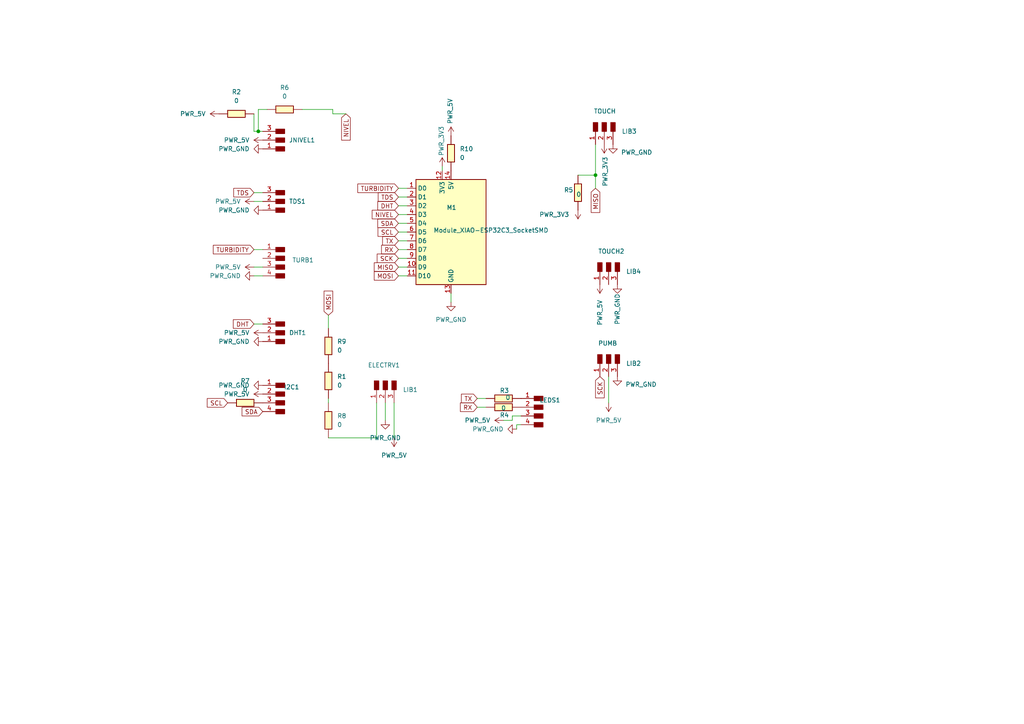
<source format=kicad_sch>
(kicad_sch (version 20231120) (generator "eeschema") (generator_version "8.0")
  (paper "A4")
  (lib_symbols
    (symbol "fab:Conn_PinHeader_1x03_P2.54mm_Horizontal_SMD" (pin_names hide)
      (property "Reference" "J" (at 0 5.08 0))
      (property "Value" "Conn_PinHeader_1x03_P2.54mm_Horizontal_SMD" (at 0 -5.08 0))
      (symbol "Conn_PinHeader_1x03_P2.54mm_Horizontal_SMD_1_1"
        (rectangle (start -1.27 -1.905) (end 1.27 -3.175) (stroke (width 0.254)) (fill (type outline)))
        (rectangle (start -1.27 0.635) (end 1.27 -0.635) (stroke (width 0.254)) (fill (type outline)))
        (rectangle (start -1.27 3.175) (end 1.27 1.905) (stroke (width 0.254)) (fill (type outline)))
        (pin passive line (at 5.08 2.54 180) (length 3.81) (name "Pin_1") (number "1"))
        (pin passive line (at 5.08 0 180) (length 3.81) (name "Pin_2") (number "2"))
        (pin passive line (at 5.08 -2.54 180) (length 3.81) (name "Pin_3") (number "3"))
      )
    )
    (symbol "fab:Conn_PinHeader_1x04_P2.54mm_Horizontal_SMD" (pin_names hide)
      (property "Reference" "J" (at 0 5.08 0))
      (property "Value" "Conn_PinHeader_1x04_P2.54mm_Horizontal_SMD" (at 0 -7.62 0))
      (symbol "Conn_PinHeader_1x04_P2.54mm_Horizontal_SMD_1_1"
        (rectangle (start -1.27 -4.445) (end 1.27 -5.715) (stroke (width 0.254)) (fill (type outline)))
        (rectangle (start -1.27 -1.905) (end 1.27 -3.175) (stroke (width 0.254)) (fill (type outline)))
        (rectangle (start -1.27 0.635) (end 1.27 -0.635) (stroke (width 0.254)) (fill (type outline)))
        (rectangle (start -1.27 3.175) (end 1.27 1.905) (stroke (width 0.254)) (fill (type outline)))
        (pin passive line (at 5.08 2.54 180) (length 3.81) (name "Pin_1") (number "1"))
        (pin passive line (at 5.08 0 180) (length 3.81) (name "Pin_2") (number "2"))
        (pin passive line (at 5.08 -2.54 180) (length 3.81) (name "Pin_3") (number "3"))
        (pin passive line (at 5.08 -5.08 180) (length 3.81) (name "Pin_4") (number "4"))
      )
    )
    (symbol "fab:Module_XIAO-ESP32C3_SocketSMD"
      (property "Reference" "M" (at -10.16 16.51 0))
      (property "Value" "Module_XIAO-ESP32C3_SocketSMD" (at 1.27 16.51 0))
      (symbol "Module_XIAO-ESP32C3_SocketSMD_1_1"
        (rectangle (start -10.16 15.24) (end 10.16 -15.24) (stroke (width 0.254)) (fill (type background)))
        (pin bidirectional line (at -12.7 12.7 0) (length 2.54) (name "D0") (number "1"))
        (pin bidirectional line (at -12.7 -10.16 0) (length 2.54) (name "D9") (number "10"))
        (pin bidirectional line (at -12.7 -12.7 0) (length 2.54) (name "D10") (number "11"))
        (pin power_in line (at -2.54 17.78 270) (length 2.54) (name "3V3") (number "12"))
        (pin power_in line (at 0 -17.78 90) (length 2.54) (name "GND") (number "13"))
        (pin power_in line (at 0 17.78 270) (length 2.54) (name "5V") (number "14"))
        (pin bidirectional line (at -12.7 10.16 0) (length 2.54) (name "D1") (number "2"))
        (pin bidirectional line (at -12.7 7.62 0) (length 2.54) (name "D2") (number "3"))
        (pin bidirectional line (at -12.7 5.08 0) (length 2.54) (name "D3") (number "4"))
        (pin bidirectional line (at -12.7 2.54 0) (length 2.54) (name "D4") (number "5"))
        (pin bidirectional line (at -12.7 0 0) (length 2.54) (name "D5") (number "6"))
        (pin bidirectional line (at -12.7 -2.54 0) (length 2.54) (name "D6") (number "7"))
        (pin bidirectional line (at -12.7 -5.08 0) (length 2.54) (name "D7") (number "8"))
        (pin bidirectional line (at -12.7 -7.62 0) (length 2.54) (name "D8") (number "9"))
      )
    )
    (symbol "fab:PWR_3V3" (power) (pin_names (offset 0))
      (property "Value" "PWR_3V3" (at 0 3.556 0))
      (symbol "PWR_3V3_0_1"
        (polyline (pts (xy -0.762 1.27) (xy 0 2.54)))
        (polyline (pts (xy 0 0) (xy 0 2.54)))
        (polyline (pts (xy 0 2.54) (xy 0.762 1.27)))
      )
      (symbol "PWR_3V3_1_1"
        (pin power_in line (at 0 0 90) (length 0) hide (name "PWR_3V3") (number "1"))
      )
    )
    (symbol "fab:PWR_5V" (power) (pin_names (offset 0))
      (property "Value" "PWR_5V" (at 0 3.556 0))
      (symbol "PWR_5V_0_1"
        (polyline (pts (xy -0.762 1.27) (xy 0 2.54)))
        (polyline (pts (xy 0 0) (xy 0 2.54)))
        (polyline (pts (xy 0 2.54) (xy 0.762 1.27)))
      )
      (symbol "PWR_5V_1_1"
        (pin power_in line (at 0 0 90) (length 0) hide (name "PWR_5V") (number "1"))
      )
    )
    (symbol "fab:PWR_GND" (power) (pin_names (offset 0))
      (property "Value" "PWR_GND" (at 0 -3.81 0))
      (symbol "PWR_GND_0_1"
        (polyline (pts (xy 0 0) (xy 0 -1.27) (xy 1.27 -1.27) (xy 0 -2.54) (xy -1.27 -1.27) (xy 0 -1.27)))
      )
      (symbol "PWR_GND_1_1"
        (pin power_in line (at 0 0 270) (length 0) hide (name "PWR_GND") (number "1"))
      )
    )
    (symbol "fab:R_1206" (pin_numbers hide) (pin_names (offset 0))
      (property "Reference" "R" (at 2.54 0 90))
      (property "Value" "R_1206" (at -2.54 0 90))
      (symbol "R_1206_0_1"
        (rectangle (start -1.016 -2.54) (end 1.016 2.54) (stroke (width 0.254)) (fill (type background)))
      )
      (symbol "R_1206_1_1"
        (pin passive line (at 0 5.08 270) (length 2.54) (name "~") (number "1"))
        (pin passive line (at 0 -5.08 90) (length 2.54) (name "~") (number "2"))
      )
    )
  )
  (junction (at 172.72 50.8))
  (junction (at 74.93 38.1))
  (wire (pts (xy 77.47 31.75) (xy 74.93 31.75)))
  (wire (pts (xy 114.3 127) (xy 114.3 116.84)))
  (wire (pts (xy 73.66 33.02) (xy 73.66 38.1)))
  (wire (pts (xy 172.72 50.8) (xy 172.72 54.61)))
  (wire (pts (xy 149.86 123.19) (xy 151.13 123.19)))
  (wire (pts (xy 128.27 48.26) (xy 128.27 49.53)))
  (wire (pts (xy 138.43 118.11) (xy 140.97 118.11)))
  (wire (pts (xy 74.93 31.75) (xy 74.93 38.1)))
  (wire (pts (xy 115.57 62.23) (xy 118.11 62.23)))
  (wire (pts (xy 148.59 121.92) (xy 148.59 120.65)))
  (wire (pts (xy 172.72 41.91) (xy 172.72 50.8)))
  (wire (pts (xy 73.66 38.1) (xy 74.93 38.1)))
  (wire (pts (xy 96.52 33.02) (xy 100.33 33.02)))
  (wire (pts (xy 73.66 80.01) (xy 76.2 80.01)))
  (wire (pts (xy 176.53 116.84) (xy 176.53 109.22)))
  (wire (pts (xy 109.22 116.84) (xy 109.22 127)))
  (wire (pts (xy 130.81 85.09) (xy 130.81 87.63)))
  (wire (pts (xy 115.57 64.77) (xy 118.11 64.77)))
  (wire (pts (xy 74.93 38.1) (xy 76.2 38.1)))
  (wire (pts (xy 73.66 77.47) (xy 76.2 77.47)))
  (wire (pts (xy 148.59 120.65) (xy 151.13 120.65)))
  (wire (pts (xy 167.64 50.8) (xy 172.72 50.8)))
  (wire (pts (xy 115.57 54.61) (xy 118.11 54.61)))
  (wire (pts (xy 109.22 127) (xy 95.25 127)))
  (wire (pts (xy 95.25 91.44) (xy 95.25 95.25)))
  (wire (pts (xy 73.66 55.88) (xy 76.2 55.88)))
  (wire (pts (xy 111.76 121.92) (xy 111.76 116.84)))
  (wire (pts (xy 115.57 72.39) (xy 118.11 72.39)))
  (wire (pts (xy 115.57 74.93) (xy 118.11 74.93)))
  (wire (pts (xy 96.52 31.75) (xy 96.52 33.02)))
  (wire (pts (xy 115.57 69.85) (xy 118.11 69.85)))
  (wire (pts (xy 146.05 121.92) (xy 148.59 121.92)))
  (wire (pts (xy 115.57 77.47) (xy 118.11 77.47)))
  (wire (pts (xy 149.86 124.46) (xy 149.86 123.19)))
  (wire (pts (xy 115.57 67.31) (xy 118.11 67.31)))
  (wire (pts (xy 115.57 57.15) (xy 118.11 57.15)))
  (wire (pts (xy 138.43 115.57) (xy 140.97 115.57)))
  (wire (pts (xy 115.57 59.69) (xy 118.11 59.69)))
  (wire (pts (xy 73.66 72.39) (xy 76.2 72.39)))
  (wire (pts (xy 115.57 80.01) (xy 118.11 80.01)))
  (wire (pts (xy 73.66 58.42) (xy 76.2 58.42)))
  (wire (pts (xy 87.63 31.75) (xy 96.52 31.75)))
  (wire (pts (xy 95.25 116.84) (xy 95.25 115.57)))
  (wire (pts (xy 73.66 93.98) (xy 76.2 93.98)))
  (global_label "MISO" (shape input) (at 115.57 77.47 180) (property "Intersheetrefs" "${INTERSHEET_REFS}" (effects (hide yes))))
  (global_label "DHT" (shape input) (at 73.66 93.98 180) (property "Intersheetrefs" "${INTERSHEET_REFS}" (effects (hide yes))))
  (global_label "MOSI" (shape input) (at 95.25 91.44 90) (property "Intersheetrefs" "${INTERSHEET_REFS}" (effects (hide yes))))
  (global_label "SCK" (shape input) (at 115.57 74.93 180) (property "Intersheetrefs" "${INTERSHEET_REFS}" (effects (hide yes))))
  (global_label "TDS" (shape input) (at 115.57 57.15 180) (property "Intersheetrefs" "${INTERSHEET_REFS}" (effects (hide yes))))
  (global_label "TURBIDITY" (shape input) (at 73.66 72.39 180) (property "Intersheetrefs" "${INTERSHEET_REFS}" (effects (hide yes))))
  (global_label "TDS" (shape input) (at 73.66 55.88 180) (property "Intersheetrefs" "${INTERSHEET_REFS}" (effects (hide yes))))
  (global_label "TX" (shape input) (at 115.57 69.85 180) (property "Intersheetrefs" "${INTERSHEET_REFS}" (effects (hide yes))))
  (global_label "SCL" (shape input) (at 115.57 67.31 180) (property "Intersheetrefs" "${INTERSHEET_REFS}" (effects (hide yes))))
  (global_label "SCK" (shape input) (at 173.99 109.22 270) (property "Intersheetrefs" "${INTERSHEET_REFS}" (effects (hide yes))))
  (global_label "SCL" (shape input) (at 66.04 116.84 180) (property "Intersheetrefs" "${INTERSHEET_REFS}" (effects (hide yes))))
  (global_label "NIVEL" (shape input) (at 115.57 62.23 180) (property "Intersheetrefs" "${INTERSHEET_REFS}" (effects (hide yes))))
  (global_label "MOSI" (shape input) (at 115.57 80.01 180) (property "Intersheetrefs" "${INTERSHEET_REFS}" (effects (hide yes))))
  (global_label "TX" (shape input) (at 138.43 115.57 180) (property "Intersheetrefs" "${INTERSHEET_REFS}" (effects (hide yes))))
  (global_label "SDA" (shape input) (at 76.2 119.38 180) (property "Intersheetrefs" "${INTERSHEET_REFS}" (effects (hide yes))))
  (global_label "MISO" (shape input) (at 172.72 54.61 270) (property "Intersheetrefs" "${INTERSHEET_REFS}" (effects (hide yes))))
  (global_label "SDA" (shape input) (at 115.57 64.77 180) (property "Intersheetrefs" "${INTERSHEET_REFS}" (effects (hide yes))))
  (global_label "TURBIDITY" (shape input) (at 115.57 54.61 180) (property "Intersheetrefs" "${INTERSHEET_REFS}" (effects (hide yes))))
  (global_label "RX" (shape input) (at 115.57 72.39 180) (property "Intersheetrefs" "${INTERSHEET_REFS}" (effects (hide yes))))
  (global_label "DHT" (shape input) (at 115.57 59.69 180) (property "Intersheetrefs" "${INTERSHEET_REFS}" (effects (hide yes))))
  (global_label "NIVEL" (shape input) (at 100.33 33.02 270) (property "Intersheetrefs" "${INTERSHEET_REFS}" (effects (hide yes))))
  (global_label "RX" (shape input) (at 138.43 118.11 180) (property "Intersheetrefs" "${INTERSHEET_REFS}" (effects (hide yes))))
  (symbol (lib_id "fab:PWR_5V") (at 76.2 114.3 90) (mirror x) (unit 1)
    (property "Reference" "#PWR08" (effects (hide yes)))
    (property "Value" "PWR_5V" (at 72.39 114.2999 90) (effects (justify left)))
    (property "Description" "Power symbol creates a global label with name \"+5V\"" (effects (hide yes)))
  )
  (symbol (lib_id "fab:R_1206") (at 167.64 55.88 180) (unit 1)
    (property "Reference" "R5" (at 163.576 55.118 0) (effects (justify right)))
    (property "Value" "0" (at 167.132 56.388 0) (effects (justify right)))
    (property "Footprint" "fab:R_1206" (effects (hide yes)))
    (property "Description" "Resistor" (effects (hide yes)))
  )
  (symbol (lib_id "fab:R_1206") (at 71.12 116.84 270) (unit 1)
    (property "Reference" "R7" (at 71.12 110.49 90))
    (property "Value" "0" (at 71.12 113.03 90))
    (property "Footprint" "fab:R_1206" (effects (hide yes)))
    (property "Description" "Resistor" (effects (hide yes)))
  )
  (symbol (lib_id "fab:PWR_5V") (at 176.53 116.84 0) (mirror x) (unit 1)
    (property "Reference" "#PWR022" (effects (hide yes)))
    (property "Value" "PWR_5V" (at 176.53 121.92 0))
    (property "Description" "Power symbol creates a global label with name \"+5V\"" (effects (hide yes)))
  )
  (symbol (lib_id "fab:R_1206") (at 95.25 121.92 180) (unit 1)
    (property "Reference" "R8" (at 97.79 120.6499 0) (effects (justify right)))
    (property "Value" "0" (at 97.79 123.1899 0) (effects (justify right)))
    (property "Footprint" "fab:R_1206" (effects (hide yes)))
    (property "Description" "Resistor" (effects (hide yes)))
  )
  (symbol (lib_id "fab:PWR_GND") (at 149.86 124.46 270) (mirror x) (unit 1)
    (property "Reference" "#PWR010" (effects (hide yes)))
    (property "Value" "PWR_GND" (at 146.05 124.4599 90) (effects (justify right)))
    (property "Description" "Power symbol creates a global label with name \"GND\" , ground" (effects (hide yes)))
  )
  (symbol (lib_id "fab:PWR_5V") (at 73.66 77.47 90) (mirror x) (unit 1)
    (property "Reference" "#PWR05" (effects (hide yes)))
    (property "Value" "PWR_5V" (at 69.85 77.4699 90) (effects (justify left)))
    (property "Description" "Power symbol creates a global label with name \"+5V\"" (effects (hide yes)))
  )
  (symbol (lib_id "fab:PWR_5V") (at 73.66 58.42 90) (mirror x) (unit 1)
    (property "Reference" "#PWR015" (effects (hide yes)))
    (property "Value" "PWR_5V" (at 69.85 58.4199 90) (effects (justify left)))
    (property "Description" "Power symbol creates a global label with name \"+5V\"" (effects (hide yes)))
  )
  (symbol (lib_id "fab:R_1206") (at 146.05 118.11 90) (unit 1)
    (property "Reference" "R4" (at 146.304 120.396 90))
    (property "Value" "0" (at 146.05 118.364 90))
    (property "Footprint" "fab:R_1206" (effects (hide yes)))
    (property "Description" "Resistor" (effects (hide yes)))
  )
  (symbol (lib_id "fab:Module_XIAO-ESP32C3_SocketSMD") (at 130.81 67.31 0) (unit 1)
    (property "Reference" "M1" (at 129.54 60.198 0) (effects (justify left)))
    (property "Value" "Module_XIAO-ESP32C3_SocketSMD" (at 125.73 66.802 0) (effects (justify left)))
    (property "Footprint" "fab:SeeedStudio_XIAO_SocketSMD" (effects (hide yes)))
    (property "Datasheet" "https://wiki.seeedstudio.com/XIAO_ESP32C3_Getting_Started/" (effects (hide yes)))
    (property "Description" "ESP32-C3 Transceiver; 802.11 a/b/g/n (Wi-Fi, WiFi, WLAN), Bluetooth® Smart 4.x Low Energy (BLE) 2.4GHz Evaluation Board SMD Socket Female Header" (effects (hide yes)))
  )
  (symbol (lib_id "fab:PWR_3V3") (at 175.26 41.91 0) (mirror x) (unit 1)
    (property "Reference" "#PWR024" (effects (hide yes)))
    (property "Value" "PWR_3V3" (at 175.514 54.102 90) (effects (justify right)))
    (property "Description" "Power symbol creates a global label with name \"+3V3\"" (effects (hide yes)))
  )
  (symbol (lib_id "fab:Conn_PinHeader_1x03_P2.54mm_Horizontal_SMD") (at 176.53 104.14 90) (mirror x) (unit 1)
    (property "Reference" "LIB2" (at 181.61 105.4101 90) (effects (justify right)))
    (property "Value" "PUMB" (at 173.482 99.568 90) (effects (justify right)))
    (property "Footprint" "fab:PinHeader_1x03_P2.54mm_Horizontal_SMD" (effects (hide yes)))
    (property "Description" "Male connector, single row" (effects (hide yes)))
  )
  (symbol (lib_id "fab:PWR_3V3") (at 167.64 60.96 0) (mirror x) (unit 1)
    (property "Reference" "#PWR011" (effects (hide yes)))
    (property "Value" "PWR_3V3" (at 165.1 62.2299 0) (effects (justify right)))
    (property "Description" "Power symbol creates a global label with name \"+3V3\"" (effects (hide yes)))
  )
  (symbol (lib_id "fab:R_1206") (at 146.05 115.57 90) (unit 1)
    (property "Reference" "R3" (at 146.304 113.284 90))
    (property "Value" "0" (at 147.32 115.316 90))
    (property "Footprint" "fab:R_1206" (effects (hide yes)))
    (property "Description" "Resistor" (effects (hide yes)))
  )
  (symbol (lib_id "fab:PWR_5V") (at 173.99 82.55 0) (mirror x) (unit 1)
    (property "Reference" "#PWR025" (effects (hide yes)))
    (property "Value" "PWR_5V" (at 173.99 90.678 90))
    (property "Description" "Power symbol creates a global label with name \"+5V\"" (effects (hide yes)))
  )
  (symbol (lib_id "fab:R_1206") (at 82.55 31.75 90) (unit 1)
    (property "Reference" "R6" (at 82.55 25.4 90))
    (property "Value" "0" (at 82.55 27.94 90))
    (property "Footprint" "fab:R_1206" (effects (hide yes)))
    (property "Description" "Resistor" (effects (hide yes)))
  )
  (symbol (lib_id "fab:PWR_5V") (at 130.81 39.37 0) (unit 1)
    (property "Reference" "#PWR02" (effects (hide yes)))
    (property "Value" "PWR_5V" (at 130.556 32.258 90))
    (property "Description" "Power symbol creates a global label with name \"+5V\"" (effects (hide yes)))
  )
  (symbol (lib_id "fab:PWR_GND") (at 177.8 41.91 0) (mirror y) (unit 1)
    (property "Reference" "#PWR023" (effects (hide yes)))
    (property "Value" "PWR_GND" (at 184.658 44.196 0))
    (property "Description" "Power symbol creates a global label with name \"GND\" , ground" (effects (hide yes)))
  )
  (symbol (lib_id "fab:PWR_GND") (at 76.2 43.18 270) (mirror x) (unit 1)
    (property "Reference" "#PWR07" (effects (hide yes)))
    (property "Value" "PWR_GND" (at 72.39 43.1799 90) (effects (justify right)))
    (property "Description" "Power symbol creates a global label with name \"GND\" , ground" (effects (hide yes)))
  )
  (symbol (lib_id "fab:PWR_GND") (at 76.2 111.76 270) (mirror x) (unit 1)
    (property "Reference" "#PWR09" (effects (hide yes)))
    (property "Value" "PWR_GND" (at 72.39 111.7599 90) (effects (justify right)))
    (property "Description" "Power symbol creates a global label with name \"GND\" , ground" (effects (hide yes)))
  )
  (symbol (lib_id "fab:Conn_PinHeader_1x03_P2.54mm_Horizontal_SMD") (at 175.26 36.83 90) (mirror x) (unit 1)
    (property "Reference" "LIB3" (at 180.34 38.1001 90) (effects (justify right)))
    (property "Value" "TOUCH" (at 172.212 32.258 90) (effects (justify right)))
    (property "Footprint" "fab:PinHeader_1x03_P2.54mm_Horizontal_SMD" (effects (hide yes)))
    (property "Description" "Male connector, single row" (effects (hide yes)))
  )
  (symbol (lib_id "fab:PWR_3V3") (at 128.27 48.26 0) (unit 1)
    (property "Reference" "#PWR01" (effects (hide yes)))
    (property "Value" "PWR_3V3" (at 128.016 40.894 90))
    (property "Description" "Power symbol creates a global label with name \"+3V3\"" (effects (hide yes)))
  )
  (symbol (lib_id "fab:PWR_GND") (at 111.76 121.92 0) (mirror y) (unit 1)
    (property "Reference" "#PWR012" (effects (hide yes)))
    (property "Value" "PWR_GND" (at 111.76 127 0))
    (property "Description" "Power symbol creates a global label with name \"GND\" , ground" (effects (hide yes)))
  )
  (symbol (lib_id "fab:R_1206") (at 95.25 110.49 180) (unit 1)
    (property "Reference" "R1" (at 97.79 109.2199 0) (effects (justify right)))
    (property "Value" "0" (at 97.79 111.7599 0) (effects (justify right)))
    (property "Footprint" "fab:R_1206" (effects (hide yes)))
    (property "Description" "Resistor" (effects (hide yes)))
  )
  (symbol (lib_id "fab:Conn_PinHeader_1x03_P2.54mm_Horizontal_SMD") (at 176.53 77.47 90) (mirror x) (unit 1)
    (property "Reference" "LIB4" (at 181.61 78.7401 90) (effects (justify right)))
    (property "Value" "TOUCH2" (at 173.482 72.898 90) (effects (justify right)))
    (property "Footprint" "fab:PinHeader_1x03_P2.54mm_Horizontal_SMD" (effects (hide yes)))
    (property "Description" "Male connector, single row" (effects (hide yes)))
  )
  (symbol (lib_id "fab:PWR_5V") (at 76.2 96.52 90) (mirror x) (unit 1)
    (property "Reference" "#PWR018" (effects (hide yes)))
    (property "Value" "PWR_5V" (at 72.39 96.5199 90) (effects (justify left)))
    (property "Description" "Power symbol creates a global label with name \"+5V\"" (effects (hide yes)))
  )
  (symbol (lib_id "fab:PWR_5V") (at 76.2 40.64 90) (mirror x) (unit 1)
    (property "Reference" "#PWR06" (effects (hide yes)))
    (property "Value" "PWR_5V" (at 72.39 40.6399 90) (effects (justify left)))
    (property "Description" "Power symbol creates a global label with name \"+5V\"" (effects (hide yes)))
  )
  (symbol (lib_id "fab:R_1206") (at 68.58 33.02 90) (unit 1)
    (property "Reference" "R2" (at 68.58 26.67 90))
    (property "Value" "0" (at 68.58 29.21 90))
    (property "Footprint" "fab:R_1206" (effects (hide yes)))
    (property "Description" "Resistor" (effects (hide yes)))
  )
  (symbol (lib_id "fab:PWR_5V") (at 63.5 33.02 90) (mirror x) (unit 1)
    (property "Reference" "#PWR017" (effects (hide yes)))
    (property "Value" "PWR_5V" (at 59.69 33.0199 90) (effects (justify left)))
    (property "Description" "Power symbol creates a global label with name \"+5V\"" (effects (hide yes)))
  )
  (symbol (lib_id "fab:PWR_5V") (at 114.3 127 0) (mirror x) (unit 1)
    (property "Reference" "#PWR013" (effects (hide yes)))
    (property "Value" "PWR_5V" (at 114.3 132.08 0))
    (property "Description" "Power symbol creates a global label with name \"+5V\"" (effects (hide yes)))
  )
  (symbol (lib_id "fab:PWR_5V") (at 146.05 121.92 90) (mirror x) (unit 1)
    (property "Reference" "#PWR020" (effects (hide yes)))
    (property "Value" "PWR_5V" (at 142.24 121.9199 90) (effects (justify left)))
    (property "Description" "Power symbol creates a global label with name \"+5V\"" (effects (hide yes)))
  )
  (symbol (lib_id "fab:Conn_PinHeader_1x03_P2.54mm_Horizontal_SMD") (at 111.76 111.76 90) (mirror x) (unit 1)
    (property "Reference" "LIB1" (at 116.84 113.0301 90) (effects (justify right)))
    (property "Value" "ELECTRV1" (at 106.68 105.918 90) (effects (justify right)))
    (property "Footprint" "fab:PinHeader_1x03_P2.54mm_Horizontal_SMD" (effects (hide yes)))
    (property "Description" "Male connector, single row" (effects (hide yes)))
  )
  (symbol (lib_id "fab:Conn_PinHeader_1x04_P2.54mm_Horizontal_SMD") (at 81.28 74.93 0) (mirror y) (unit 1)
    (property "Reference" "TURB1" (at 87.884 75.438 0))
    (property "Value" "Conn_PinHeader_1x04_P2.54mm_Horizontal_SMD" (effects (hide yes)))
    (property "Footprint" "fab:PinHeader_1x04_P2.54mm_Horizontal_SMD" (effects (hide yes)))
    (property "Description" "Male connector, single row" (effects (hide yes)))
  )
  (symbol (lib_id "fab:PWR_GND") (at 76.2 99.06 270) (mirror x) (unit 1)
    (property "Reference" "#PWR019" (effects (hide yes)))
    (property "Value" "PWR_GND" (at 72.39 99.0599 90) (effects (justify right)))
    (property "Description" "Power symbol creates a global label with name \"GND\" , ground" (effects (hide yes)))
  )
  (symbol (lib_id "fab:R_1206") (at 130.81 44.45 180) (unit 1)
    (property "Reference" "R10" (at 133.35 43.1799 0) (effects (justify right)))
    (property "Value" "0" (at 133.35 45.7199 0) (effects (justify right)))
    (property "Footprint" "fab:R_1206" (effects (hide yes)))
    (property "Description" "Resistor" (effects (hide yes)))
  )
  (symbol (lib_id "fab:Conn_PinHeader_1x04_P2.54mm_Horizontal_SMD") (at 81.28 114.3 0) (mirror y) (unit 1)
    (property "Reference" "I2C1" (at 84.582 112.268 0))
    (property "Value" "Conn_PinHeader_1x04_P2.54mm_Horizontal_SMD" (effects (hide yes)))
    (property "Footprint" "fab:PinHeader_1x04_P2.54mm_Horizontal_SMD" (effects (hide yes)))
    (property "Description" "Male connector, single row" (effects (hide yes)))
  )
  (symbol (lib_id "fab:R_1206") (at 95.25 100.33 180) (unit 1)
    (property "Reference" "R9" (at 97.79 99.0599 0) (effects (justify right)))
    (property "Value" "0" (at 97.79 101.5999 0) (effects (justify right)))
    (property "Footprint" "fab:R_1206" (effects (hide yes)))
    (property "Description" "Resistor" (effects (hide yes)))
  )
  (symbol (lib_id "fab:PWR_GND") (at 130.81 87.63 0) (unit 1)
    (property "Reference" "#PWR03" (effects (hide yes)))
    (property "Value" "PWR_GND" (at 130.81 92.71 0))
    (property "Description" "Power symbol creates a global label with name \"GND\" , ground" (effects (hide yes)))
  )
  (symbol (lib_id "fab:PWR_GND") (at 179.07 82.55 0) (mirror y) (unit 1)
    (property "Reference" "#PWR026" (effects (hide yes)))
    (property "Value" "PWR_GND" (at 179.07 89.662 90))
    (property "Description" "Power symbol creates a global label with name \"GND\" , ground" (effects (hide yes)))
  )
  (symbol (lib_id "fab:Conn_PinHeader_1x03_P2.54mm_Horizontal_SMD") (at 81.28 40.64 180) (unit 1)
    (property "Reference" "JNIVEL1" (at 83.82 40.6399 0) (effects (justify right)))
    (property "Value" "Conn_PinHeader_1x03_P2.54mm_Horizontal_SMD" (effects (hide yes)))
    (property "Footprint" "fab:PinHeader_1x03_P2.54mm_Horizontal_SMD" (effects (hide yes)))
    (property "Description" "Male connector, single row" (effects (hide yes)))
  )
  (symbol (lib_id "fab:PWR_GND") (at 76.2 60.96 270) (mirror x) (unit 1)
    (property "Reference" "#PWR016" (effects (hide yes)))
    (property "Value" "PWR_GND" (at 72.39 60.9599 90) (effects (justify right)))
    (property "Description" "Power symbol creates a global label with name \"GND\" , ground" (effects (hide yes)))
  )
  (symbol (lib_id "fab:PWR_GND") (at 73.66 80.01 270) (mirror x) (unit 1)
    (property "Reference" "#PWR04" (effects (hide yes)))
    (property "Value" "PWR_GND" (at 69.85 80.0099 90) (effects (justify right)))
    (property "Description" "Power symbol creates a global label with name \"GND\" , ground" (effects (hide yes)))
  )
  (symbol (lib_id "fab:PWR_GND") (at 179.07 109.22 0) (mirror y) (unit 1)
    (property "Reference" "#PWR021" (effects (hide yes)))
    (property "Value" "PWR_GND" (at 185.928 111.506 0))
    (property "Description" "Power symbol creates a global label with name \"GND\" , ground" (effects (hide yes)))
  )
  (symbol (lib_id "fab:Conn_PinHeader_1x03_P2.54mm_Horizontal_SMD") (at 81.28 96.52 180) (unit 1)
    (property "Reference" "DHT1" (at 83.82 96.5199 0) (effects (justify right)))
    (property "Value" "Conn_PinHeader_1x03_P2.54mm_Horizontal_SMD" (effects (hide yes)))
    (property "Footprint" "fab:PinHeader_1x03_P2.54mm_Horizontal_SMD" (effects (hide yes)))
    (property "Description" "Male connector, single row" (effects (hide yes)))
  )
  (symbol (lib_id "fab:Conn_PinHeader_1x03_P2.54mm_Horizontal_SMD") (at 81.28 58.42 180) (unit 1)
    (property "Reference" "TDS1" (at 83.82 58.4199 0) (effects (justify right)))
    (property "Value" "Conn_PinHeader_1x03_P2.54mm_Horizontal_SMD" (effects (hide yes)))
    (property "Footprint" "fab:PinHeader_1x03_P2.54mm_Horizontal_SMD" (effects (hide yes)))
    (property "Description" "Male connector, single row" (effects (hide yes)))
  )
  (symbol (lib_id "fab:Conn_PinHeader_1x04_P2.54mm_Horizontal_SMD") (at 156.21 118.11 0) (mirror y) (unit 1)
    (property "Reference" "LEDS1" (at 159.512 116.078 0))
    (property "Value" "Conn_PinHeader_1x04_P2.54mm_Horizontal_SMD" (effects (hide yes)))
    (property "Footprint" "fab:PinHeader_1x04_P2.54mm_Horizontal_SMD" (effects (hide yes)))
    (property "Description" "Male connector, single row" (effects (hide yes)))
  )
)
</source>
